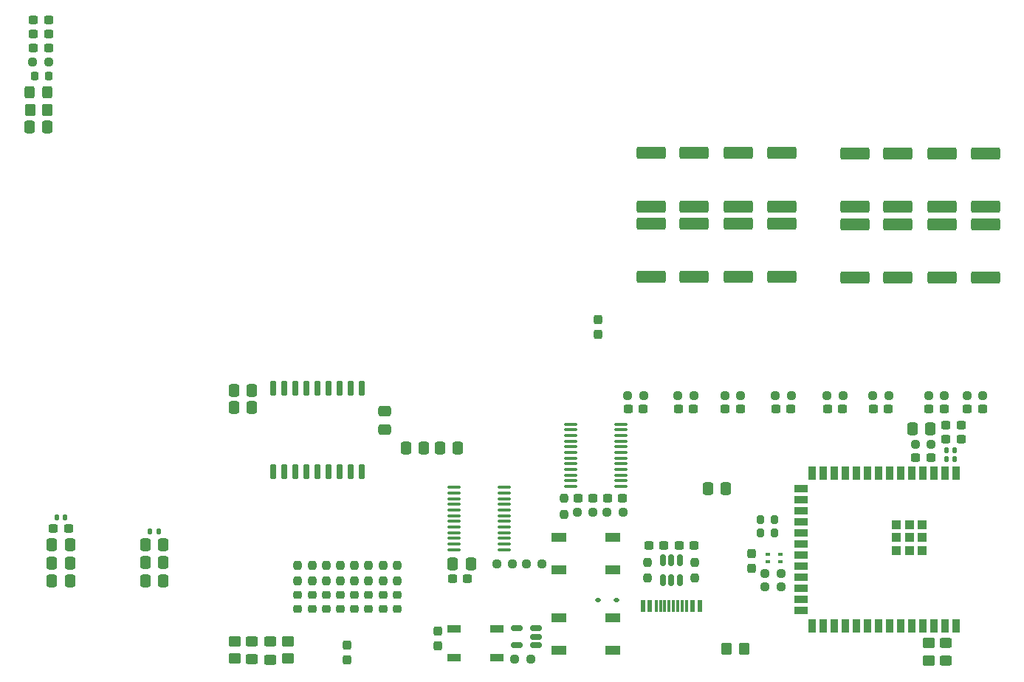
<source format=gbr>
%TF.GenerationSoftware,KiCad,Pcbnew,8.0.4*%
%TF.CreationDate,2024-09-09T03:45:19+02:00*%
%TF.ProjectId,hamodule,68616d6f-6475-46c6-952e-6b696361645f,20240908.24.8-2*%
%TF.SameCoordinates,Original*%
%TF.FileFunction,Paste,Top*%
%TF.FilePolarity,Positive*%
%FSLAX46Y46*%
G04 Gerber Fmt 4.6, Leading zero omitted, Abs format (unit mm)*
G04 Created by KiCad (PCBNEW 8.0.4) date 2024-09-09 03:45:19*
%MOMM*%
%LPD*%
G01*
G04 APERTURE LIST*
G04 Aperture macros list*
%AMRoundRect*
0 Rectangle with rounded corners*
0 $1 Rounding radius*
0 $2 $3 $4 $5 $6 $7 $8 $9 X,Y pos of 4 corners*
0 Add a 4 corners polygon primitive as box body*
4,1,4,$2,$3,$4,$5,$6,$7,$8,$9,$2,$3,0*
0 Add four circle primitives for the rounded corners*
1,1,$1+$1,$2,$3*
1,1,$1+$1,$4,$5*
1,1,$1+$1,$6,$7*
1,1,$1+$1,$8,$9*
0 Add four rect primitives between the rounded corners*
20,1,$1+$1,$2,$3,$4,$5,0*
20,1,$1+$1,$4,$5,$6,$7,0*
20,1,$1+$1,$6,$7,$8,$9,0*
20,1,$1+$1,$8,$9,$2,$3,0*%
G04 Aperture macros list end*
%ADD10RoundRect,0.100000X0.637500X0.100000X-0.637500X0.100000X-0.637500X-0.100000X0.637500X-0.100000X0*%
%ADD11RoundRect,0.237500X0.237500X-0.250000X0.237500X0.250000X-0.237500X0.250000X-0.237500X-0.250000X0*%
%ADD12RoundRect,0.249999X-1.425001X0.450001X-1.425001X-0.450001X1.425001X-0.450001X1.425001X0.450001X0*%
%ADD13RoundRect,0.250000X0.450000X-0.325000X0.450000X0.325000X-0.450000X0.325000X-0.450000X-0.325000X0*%
%ADD14RoundRect,0.250000X0.450000X-0.350000X0.450000X0.350000X-0.450000X0.350000X-0.450000X-0.350000X0*%
%ADD15RoundRect,0.250000X0.337500X0.475000X-0.337500X0.475000X-0.337500X-0.475000X0.337500X-0.475000X0*%
%ADD16RoundRect,0.237500X-0.250000X-0.237500X0.250000X-0.237500X0.250000X0.237500X-0.250000X0.237500X0*%
%ADD17RoundRect,0.237500X0.300000X0.237500X-0.300000X0.237500X-0.300000X-0.237500X0.300000X-0.237500X0*%
%ADD18R,1.800000X1.100000*%
%ADD19RoundRect,0.237500X-0.300000X-0.237500X0.300000X-0.237500X0.300000X0.237500X-0.300000X0.237500X0*%
%ADD20RoundRect,0.237500X-0.237500X0.300000X-0.237500X-0.300000X0.237500X-0.300000X0.237500X0.300000X0*%
%ADD21RoundRect,0.150000X0.150000X-0.725000X0.150000X0.725000X-0.150000X0.725000X-0.150000X-0.725000X0*%
%ADD22RoundRect,0.218750X0.256250X-0.218750X0.256250X0.218750X-0.256250X0.218750X-0.256250X-0.218750X0*%
%ADD23RoundRect,0.150000X0.512500X0.150000X-0.512500X0.150000X-0.512500X-0.150000X0.512500X-0.150000X0*%
%ADD24RoundRect,0.200000X0.200000X0.275000X-0.200000X0.275000X-0.200000X-0.275000X0.200000X-0.275000X0*%
%ADD25R,0.900000X1.500000*%
%ADD26R,1.500000X0.900000*%
%ADD27R,1.000000X1.000000*%
%ADD28RoundRect,0.237500X0.237500X-0.300000X0.237500X0.300000X-0.237500X0.300000X-0.237500X-0.300000X0*%
%ADD29RoundRect,0.250000X-0.450000X0.325000X-0.450000X-0.325000X0.450000X-0.325000X0.450000X0.325000X0*%
%ADD30RoundRect,0.250000X-0.337500X-0.475000X0.337500X-0.475000X0.337500X0.475000X-0.337500X0.475000X0*%
%ADD31RoundRect,0.112500X-0.187500X-0.112500X0.187500X-0.112500X0.187500X0.112500X-0.187500X0.112500X0*%
%ADD32RoundRect,0.250000X0.350000X0.450000X-0.350000X0.450000X-0.350000X-0.450000X0.350000X-0.450000X0*%
%ADD33RoundRect,0.140000X-0.140000X-0.170000X0.140000X-0.170000X0.140000X0.170000X-0.140000X0.170000X0*%
%ADD34R,0.600000X1.450000*%
%ADD35R,0.300000X1.450000*%
%ADD36RoundRect,0.250000X0.325000X0.450000X-0.325000X0.450000X-0.325000X-0.450000X0.325000X-0.450000X0*%
%ADD37RoundRect,0.250000X-0.475000X0.337500X-0.475000X-0.337500X0.475000X-0.337500X0.475000X0.337500X0*%
%ADD38RoundRect,0.140000X0.140000X0.170000X-0.140000X0.170000X-0.140000X-0.170000X0.140000X-0.170000X0*%
%ADD39RoundRect,0.250000X-0.350000X-0.450000X0.350000X-0.450000X0.350000X0.450000X-0.350000X0.450000X0*%
%ADD40R,0.500000X0.300000*%
%ADD41RoundRect,0.150000X0.150000X-0.512500X0.150000X0.512500X-0.150000X0.512500X-0.150000X-0.512500X0*%
%ADD42RoundRect,0.237500X0.250000X0.237500X-0.250000X0.237500X-0.250000X-0.237500X0.250000X-0.237500X0*%
%ADD43RoundRect,0.218750X0.218750X0.256250X-0.218750X0.256250X-0.218750X-0.256250X0.218750X-0.256250X0*%
G04 APERTURE END LIST*
D10*
%TO.C,U9*%
X72799000Y20818400D03*
X72799000Y21468400D03*
X72799000Y22118400D03*
X72799000Y22768400D03*
X72799000Y23418400D03*
X72799000Y24068400D03*
X72799000Y24718400D03*
X72799000Y25368400D03*
X72799000Y26018400D03*
X72799000Y26668400D03*
X72799000Y27318400D03*
X72799000Y27968400D03*
X67074000Y27968400D03*
X67074000Y27318400D03*
X67074000Y26668400D03*
X67074000Y26018400D03*
X67074000Y25368400D03*
X67074000Y24718400D03*
X67074000Y24068400D03*
X67074000Y23418400D03*
X67074000Y22768400D03*
X67074000Y22118400D03*
X67074000Y21468400D03*
X67074000Y20818400D03*
%TD*%
D11*
%TO.C,R59*%
X66274000Y17618400D03*
X66274000Y19443400D03*
%TD*%
D12*
%TO.C,R12*%
X76275000Y59056900D03*
X76275000Y52956900D03*
%TD*%
%TO.C,R11*%
X81228000Y59056900D03*
X81228000Y52956900D03*
%TD*%
%TO.C,R19*%
X81228000Y51005100D03*
X81228000Y44905100D03*
%TD*%
%TO.C,R20*%
X76275000Y51005100D03*
X76275000Y44905100D03*
%TD*%
D13*
%TO.C,D2*%
X30524000Y993400D03*
X30524000Y3043400D03*
%TD*%
D14*
%TO.C,R7*%
X28524000Y1068400D03*
X28524000Y3068400D03*
%TD*%
D15*
%TO.C,C14*%
X9644200Y14098600D03*
X7569200Y14098600D03*
%TD*%
%TO.C,C8*%
X20361500Y12068400D03*
X18286500Y12068400D03*
%TD*%
D12*
%TO.C,R21*%
X91286400Y51005100D03*
X91286400Y44905100D03*
%TD*%
%TO.C,R10*%
X86257200Y59056900D03*
X86257200Y52956900D03*
%TD*%
%TO.C,R9*%
X91286400Y59056900D03*
X91286400Y52956900D03*
%TD*%
%TO.C,R22*%
X86257200Y51005100D03*
X86257200Y44905100D03*
%TD*%
D16*
%TO.C,R1*%
X106588402Y25681201D03*
X108413402Y25681201D03*
%TD*%
D17*
%TO.C,C3*%
X108350902Y24157201D03*
X106625902Y24157201D03*
%TD*%
D18*
%TO.C,SW2*%
X65671000Y14968400D03*
X71871000Y14968400D03*
X65671000Y11268400D03*
X71871000Y11268400D03*
%TD*%
%TO.C,SW3*%
X65669800Y5765800D03*
X71869800Y5765800D03*
X65669800Y2065800D03*
X71869800Y2065800D03*
%TD*%
D19*
%TO.C,C6*%
X110099000Y26268400D03*
X111824000Y26268400D03*
%TD*%
D20*
%TO.C,C30*%
X87779402Y13161201D03*
X87779402Y11436201D03*
%TD*%
D17*
%TO.C,C11*%
X77724000Y14078701D03*
X75999000Y14078701D03*
%TD*%
D13*
%TO.C,D3*%
X32624000Y968400D03*
X32624000Y3018400D03*
%TD*%
D21*
%TO.C,U11*%
X32964000Y22543400D03*
X34234000Y22543400D03*
X35504000Y22543400D03*
X36774000Y22543400D03*
X38044000Y22543400D03*
X39314000Y22543400D03*
X40584000Y22543400D03*
X41854000Y22543400D03*
X43124000Y22543400D03*
X43124000Y32093400D03*
X41854000Y32093400D03*
X40584000Y32093400D03*
X39314000Y32093400D03*
X38044000Y32093400D03*
X36774000Y32093400D03*
X35504000Y32093400D03*
X34234000Y32093400D03*
X32964000Y32093400D03*
%TD*%
D11*
%TO.C,R46*%
X37396000Y9965496D03*
X37396000Y11790496D03*
%TD*%
%TO.C,R45*%
X35770400Y9967396D03*
X35770400Y11792396D03*
%TD*%
D12*
%TO.C,R25*%
X104583200Y50900600D03*
X104583200Y44800600D03*
%TD*%
D19*
%TO.C,C25*%
X96524002Y29707101D03*
X98249002Y29707101D03*
%TD*%
D17*
%TO.C,C40*%
X7174000Y72718400D03*
X5449000Y72718400D03*
%TD*%
D12*
%TO.C,R15*%
X104583200Y59032600D03*
X104583200Y52932600D03*
%TD*%
D22*
%TO.C,D5*%
X35770400Y6790296D03*
X35770400Y8365296D03*
%TD*%
D19*
%TO.C,C23*%
X108156102Y29707101D03*
X109881102Y29707101D03*
%TD*%
D14*
%TO.C,R8*%
X34624000Y1068400D03*
X34624000Y3068400D03*
%TD*%
D16*
%TO.C,R32*%
X84738626Y31255920D03*
X86563626Y31255920D03*
%TD*%
D11*
%TO.C,R50*%
X43898400Y9967396D03*
X43898400Y11792396D03*
%TD*%
%TO.C,R49*%
X42272800Y9965496D03*
X42272800Y11790496D03*
%TD*%
D12*
%TO.C,R26*%
X99644200Y50852800D03*
X99644200Y44752800D03*
%TD*%
D16*
%TO.C,R34*%
X73611526Y31255920D03*
X75436526Y31255920D03*
%TD*%
D23*
%TO.C,U10*%
X63124000Y2641600D03*
X63124000Y3591600D03*
X63124000Y4541600D03*
X60849000Y4541600D03*
X60849000Y2641600D03*
%TD*%
D24*
%TO.C,R5*%
X90454402Y16988701D03*
X88804402Y16988701D03*
%TD*%
D16*
%TO.C,R27*%
X112511500Y31231101D03*
X114336500Y31231101D03*
%TD*%
D12*
%TO.C,R16*%
X99644200Y58982800D03*
X99644200Y52882800D03*
%TD*%
D24*
%TO.C,R6*%
X90454402Y15513701D03*
X88804402Y15513701D03*
%TD*%
D25*
%TO.C,U3*%
X111239402Y22348701D03*
X109969402Y22348701D03*
X108699402Y22348701D03*
X107429402Y22348701D03*
X106159402Y22348701D03*
X104889402Y22348701D03*
X103619402Y22348701D03*
X102349402Y22348701D03*
X101079402Y22348701D03*
X99809402Y22348701D03*
X98539402Y22348701D03*
X97269402Y22348701D03*
X95999402Y22348701D03*
X94729402Y22348701D03*
D26*
X93479402Y20583701D03*
X93479402Y19313701D03*
X93479402Y18043701D03*
X93479402Y16773701D03*
X93479402Y15503701D03*
X93479402Y14233701D03*
X93479402Y12963701D03*
X93479402Y11693701D03*
X93479402Y10423701D03*
X93479402Y9153701D03*
X93479402Y7883701D03*
X93479402Y6613701D03*
D25*
X94729402Y4848701D03*
X95999402Y4848701D03*
X97269402Y4848701D03*
X98539402Y4848701D03*
X99809402Y4848701D03*
X101079402Y4848701D03*
X102349402Y4848701D03*
X103619402Y4848701D03*
X104889402Y4848701D03*
X106159402Y4848701D03*
X107429402Y4848701D03*
X108699402Y4848701D03*
X109969402Y4848701D03*
X111239402Y4848701D03*
D27*
X107389402Y16458701D03*
X105889402Y16458701D03*
X104389402Y16458701D03*
X107389402Y14958701D03*
X105889402Y14958701D03*
X104389402Y14958701D03*
X107389402Y13458701D03*
X105889402Y13458701D03*
X104389402Y13458701D03*
%TD*%
D12*
%TO.C,R13*%
X114616200Y59032600D03*
X114616200Y52932600D03*
%TD*%
D22*
%TO.C,D10*%
X43898400Y6790396D03*
X43898400Y8365396D03*
%TD*%
D10*
%TO.C,U12*%
X59449000Y13568400D03*
X59449000Y14218400D03*
X59449000Y14868400D03*
X59449000Y15518400D03*
X59449000Y16168400D03*
X59449000Y16818400D03*
X59449000Y17468400D03*
X59449000Y18118400D03*
X59449000Y18768400D03*
X59449000Y19418400D03*
X59449000Y20068400D03*
X59449000Y20718400D03*
X53724000Y20718400D03*
X53724000Y20068400D03*
X53724000Y19418400D03*
X53724000Y18768400D03*
X53724000Y18118400D03*
X53724000Y17468400D03*
X53724000Y16818400D03*
X53724000Y16168400D03*
X53724000Y15518400D03*
X53724000Y14868400D03*
X53724000Y14218400D03*
X53724000Y13568400D03*
%TD*%
D16*
%TO.C,R44*%
X60659400Y1051600D03*
X62484400Y1051600D03*
%TD*%
D28*
%TO.C,C31*%
X51839200Y2540700D03*
X51839200Y4265700D03*
%TD*%
D16*
%TO.C,R29*%
X101706402Y31231101D03*
X103531402Y31231101D03*
%TD*%
D29*
%TO.C,D13*%
X110058200Y2879200D03*
X110058200Y829200D03*
%TD*%
D30*
%TO.C,C35*%
X48149000Y25268400D03*
X50224000Y25268400D03*
%TD*%
D19*
%TO.C,C34*%
X53499000Y10218400D03*
X55224000Y10218400D03*
%TD*%
D31*
%TO.C,D1*%
X70174000Y7768400D03*
X72274000Y7768400D03*
%TD*%
D12*
%TO.C,R14*%
X109637800Y59032600D03*
X109637800Y52932600D03*
%TD*%
D17*
%TO.C,C22*%
X114286500Y29707101D03*
X112561500Y29707101D03*
%TD*%
D15*
%TO.C,C15*%
X9644200Y12041200D03*
X7569200Y12041200D03*
%TD*%
D19*
%TO.C,C42*%
X5449000Y71118400D03*
X7174000Y71118400D03*
%TD*%
D32*
%TO.C,R55*%
X7074000Y64018400D03*
X5074000Y64018400D03*
%TD*%
D33*
%TO.C,C44*%
X110144000Y24968400D03*
X111104000Y24968400D03*
%TD*%
D34*
%TO.C,J3*%
X75355402Y7137801D03*
X76155402Y7137801D03*
D35*
X77355402Y7137801D03*
X78355402Y7137801D03*
X78855402Y7137801D03*
X79855402Y7137801D03*
D34*
X81055402Y7137801D03*
X81855402Y7137801D03*
X81855402Y7137801D03*
X81055402Y7137801D03*
D35*
X80355402Y7137801D03*
X79355402Y7137801D03*
X77855402Y7137801D03*
X76855402Y7137801D03*
D34*
X76155402Y7137801D03*
X75355402Y7137801D03*
%TD*%
D16*
%TO.C,R31*%
X90529826Y31255920D03*
X92354826Y31255920D03*
%TD*%
D19*
%TO.C,C47*%
X71286500Y19468400D03*
X73011500Y19468400D03*
%TD*%
D16*
%TO.C,R36*%
X67786500Y17868400D03*
X69611500Y17868400D03*
%TD*%
D11*
%TO.C,R47*%
X39021600Y9965496D03*
X39021600Y11790496D03*
%TD*%
D19*
%TO.C,C27*%
X84785626Y29731920D03*
X86510626Y29731920D03*
%TD*%
D22*
%TO.C,D12*%
X47149600Y6790396D03*
X47149600Y8365396D03*
%TD*%
D19*
%TO.C,C28*%
X79402600Y29731920D03*
X81127600Y29731920D03*
%TD*%
D15*
%TO.C,C10*%
X20353700Y10004400D03*
X18278700Y10004400D03*
%TD*%
D16*
%TO.C,R30*%
X96474002Y31231101D03*
X98299002Y31231101D03*
%TD*%
D36*
%TO.C,D14*%
X7074000Y66018400D03*
X5024000Y66018400D03*
%TD*%
D22*
%TO.C,D6*%
X37396000Y6790396D03*
X37396000Y8365396D03*
%TD*%
D20*
%TO.C,C33*%
X41427400Y2615100D03*
X41427400Y890100D03*
%TD*%
D30*
%TO.C,C38*%
X82799000Y20568400D03*
X84874000Y20568400D03*
%TD*%
D11*
%TO.C,R52*%
X47149600Y9967396D03*
X47149600Y11792396D03*
%TD*%
D19*
%TO.C,C24*%
X101756402Y29707101D03*
X103481402Y29707101D03*
%TD*%
D30*
%TO.C,C36*%
X52049000Y25268400D03*
X54124000Y25268400D03*
%TD*%
D17*
%TO.C,C26*%
X92301826Y29731920D03*
X90576826Y29731920D03*
%TD*%
D37*
%TO.C,C37*%
X45724000Y29443400D03*
X45724000Y27368400D03*
%TD*%
D26*
%TO.C,D4*%
X53724000Y4518400D03*
X53724000Y1218400D03*
X58624000Y1218400D03*
X58624000Y4518400D03*
%TD*%
D16*
%TO.C,R35*%
X71224000Y17868400D03*
X73049000Y17868400D03*
%TD*%
D11*
%TO.C,R4*%
X81309402Y10296201D03*
X81309402Y12121201D03*
%TD*%
D38*
%TO.C,C49*%
X9084000Y17268400D03*
X8124000Y17268400D03*
%TD*%
D11*
%TO.C,R51*%
X45524000Y9967396D03*
X45524000Y11792396D03*
%TD*%
D17*
%TO.C,C46*%
X69611500Y19468400D03*
X67886500Y19468400D03*
%TD*%
%TO.C,C17*%
X9449000Y15968400D03*
X7724000Y15968400D03*
%TD*%
D15*
%TO.C,C21*%
X30524000Y29868400D03*
X28449000Y29868400D03*
%TD*%
D39*
%TO.C,R2*%
X84944200Y2184400D03*
X86944200Y2184400D03*
%TD*%
D40*
%TO.C,U8*%
X91089402Y12205101D03*
X91089402Y13005101D03*
X89689402Y13005101D03*
X89689402Y12205101D03*
%TD*%
D22*
%TO.C,D8*%
X40647200Y6790396D03*
X40647200Y8365396D03*
%TD*%
D41*
%TO.C,U2*%
X77659402Y10101201D03*
X78609402Y10101201D03*
X79559402Y10101201D03*
X79559402Y12376201D03*
X78609402Y12376201D03*
X77659402Y12376201D03*
%TD*%
D19*
%TO.C,C13*%
X79499000Y14078701D03*
X81224000Y14078701D03*
%TD*%
D30*
%TO.C,C41*%
X4999000Y62018400D03*
X7074000Y62018400D03*
%TD*%
D16*
%TO.C,R17*%
X89358502Y10795000D03*
X91183502Y10795000D03*
%TD*%
D15*
%TO.C,C16*%
X9644200Y10009200D03*
X7569200Y10009200D03*
%TD*%
D22*
%TO.C,D7*%
X39021600Y6790396D03*
X39021600Y8365396D03*
%TD*%
D12*
%TO.C,R24*%
X109637800Y50904600D03*
X109637800Y44804600D03*
%TD*%
D42*
%TO.C,R54*%
X7174000Y69518400D03*
X5349000Y69518400D03*
%TD*%
D22*
%TO.C,D9*%
X42272800Y6790396D03*
X42272800Y8365396D03*
%TD*%
D12*
%TO.C,R23*%
X114616200Y50904600D03*
X114616200Y44804600D03*
%TD*%
D19*
%TO.C,C4*%
X110099000Y27868400D03*
X111824000Y27868400D03*
%TD*%
D15*
%TO.C,C5*%
X20361500Y14168400D03*
X18286500Y14168400D03*
%TD*%
%TO.C,C20*%
X30524000Y31868400D03*
X28449000Y31868400D03*
%TD*%
D11*
%TO.C,R48*%
X40647200Y9965496D03*
X40647200Y11790496D03*
%TD*%
D33*
%TO.C,C43*%
X110144000Y23968400D03*
X111104000Y23968400D03*
%TD*%
D16*
%TO.C,R33*%
X79351926Y31267400D03*
X81176926Y31267400D03*
%TD*%
D17*
%TO.C,C39*%
X7174000Y74318400D03*
X5449000Y74318400D03*
%TD*%
D16*
%TO.C,R18*%
X89358502Y9271000D03*
X91183502Y9271000D03*
%TD*%
%TO.C,R37*%
X61949000Y11918400D03*
X63774000Y11918400D03*
%TD*%
D42*
%TO.C,R38*%
X58561500Y11918400D03*
X60386500Y11918400D03*
%TD*%
D14*
%TO.C,R53*%
X108102400Y854200D03*
X108102400Y2854200D03*
%TD*%
D11*
%TO.C,R3*%
X75839402Y10316201D03*
X75839402Y12141201D03*
%TD*%
D20*
%TO.C,C9*%
X70154000Y39953400D03*
X70154000Y38228400D03*
%TD*%
D19*
%TO.C,C29*%
X73660426Y29731920D03*
X75385426Y29731920D03*
%TD*%
D15*
%TO.C,C7*%
X108324000Y27468400D03*
X106249000Y27468400D03*
%TD*%
D38*
%TO.C,C48*%
X19784000Y15668400D03*
X18824000Y15668400D03*
%TD*%
D30*
%TO.C,C32*%
X53549000Y11968400D03*
X55624000Y11968400D03*
%TD*%
D22*
%TO.C,D11*%
X45524000Y6790396D03*
X45524000Y8365396D03*
%TD*%
D16*
%TO.C,R28*%
X108105302Y31231101D03*
X109930302Y31231101D03*
%TD*%
D43*
%TO.C,D15*%
X7174000Y67918400D03*
X5599000Y67918400D03*
%TD*%
M02*

</source>
